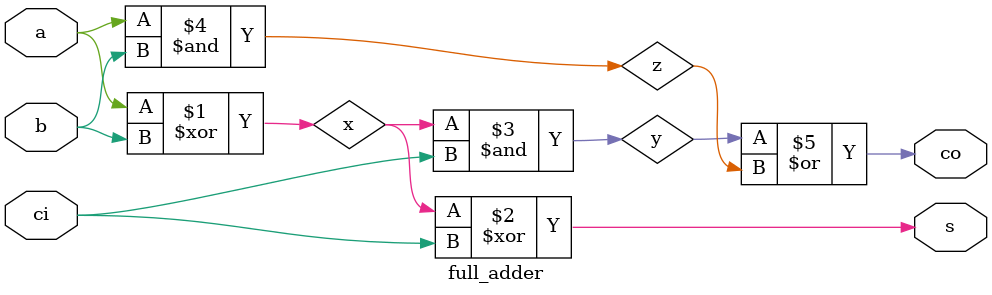
<source format=v>

module full_adder(

	output	s,
	output	co, //Carry output
	
	input	a,
	input	b,
	input	ci	// Carry input
);

	wire x;
	wire y;
	wire z;
	
	
	assign x = a ^ b;
	assign s = x ^ ci;
	assign y = x & ci;
	assign z = a & b;
	assign co = y | z;


endmodule

</source>
